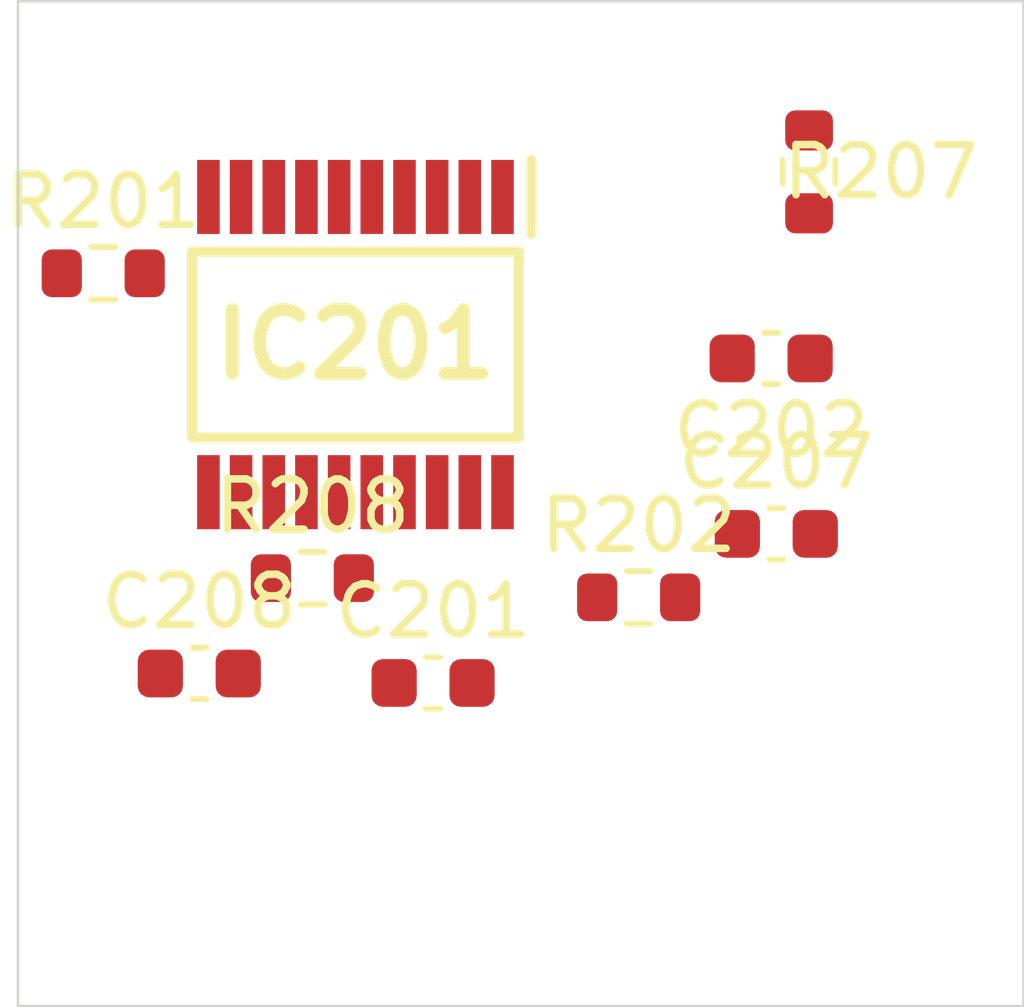
<source format=kicad_pcb>
 ( kicad_pcb  ( version 20171130 )
 ( host pcbnew 5.1.12-84ad8e8a86~92~ubuntu18.04.1 )
 ( general  ( thickness 1.6 )
 ( drawings 4 )
 ( tracks 0 )
 ( zones 0 )
 ( modules 9 )
 ( nets 19 )
)
 ( page A4 )
 ( layers  ( 0 F.Cu signal )
 ( 31 B.Cu signal )
 ( 32 B.Adhes user )
 ( 33 F.Adhes user )
 ( 34 B.Paste user )
 ( 35 F.Paste user )
 ( 36 B.SilkS user )
 ( 37 F.SilkS user )
 ( 38 B.Mask user )
 ( 39 F.Mask user )
 ( 40 Dwgs.User user )
 ( 41 Cmts.User user )
 ( 42 Eco1.User user )
 ( 43 Eco2.User user )
 ( 44 Edge.Cuts user )
 ( 45 Margin user )
 ( 46 B.CrtYd user )
 ( 47 F.CrtYd user )
 ( 48 B.Fab user )
 ( 49 F.Fab user )
)
 ( setup  ( last_trace_width 0.25 )
 ( trace_clearance 0.2 )
 ( zone_clearance 0.508 )
 ( zone_45_only no )
 ( trace_min 0.2 )
 ( via_size 0.8 )
 ( via_drill 0.4 )
 ( via_min_size 0.4 )
 ( via_min_drill 0.3 )
 ( uvia_size 0.3 )
 ( uvia_drill 0.1 )
 ( uvias_allowed no )
 ( uvia_min_size 0.2 )
 ( uvia_min_drill 0.1 )
 ( edge_width 0.05 )
 ( segment_width 0.2 )
 ( pcb_text_width 0.3 )
 ( pcb_text_size 1.5 1.5 )
 ( mod_edge_width 0.12 )
 ( mod_text_size 1 1 )
 ( mod_text_width 0.15 )
 ( pad_size 1.524 1.524 )
 ( pad_drill 0.762 )
 ( pad_to_mask_clearance 0 )
 ( aux_axis_origin 0 0 )
 ( visible_elements FFFFFF7F )
 ( pcbplotparams  ( layerselection 0x010fc_ffffffff )
 ( usegerberextensions false )
 ( usegerberattributes true )
 ( usegerberadvancedattributes true )
 ( creategerberjobfile true )
 ( excludeedgelayer true )
 ( linewidth 0.100000 )
 ( plotframeref false )
 ( viasonmask false )
 ( mode 1 )
 ( useauxorigin false )
 ( hpglpennumber 1 )
 ( hpglpenspeed 20 )
 ( hpglpendiameter 15.000000 )
 ( psnegative false )
 ( psa4output false )
 ( plotreference true )
 ( plotvalue true )
 ( plotinvisibletext false )
 ( padsonsilk false )
 ( subtractmaskfromsilk false )
 ( outputformat 1 )
 ( mirror false )
 ( drillshape 1 )
 ( scaleselection 1 )
 ( outputdirectory "" )
)
)
 ( net 0 "" )
 ( net 1 GND )
 ( net 2 /Sheet6235D886/ch0 )
 ( net 3 /Sheet6235D886/ch1 )
 ( net 4 /Sheet6235D886/ch2 )
 ( net 5 /Sheet6235D886/ch3 )
 ( net 6 /Sheet6235D886/ch4 )
 ( net 7 /Sheet6235D886/ch5 )
 ( net 8 /Sheet6235D886/ch6 )
 ( net 9 /Sheet6235D886/ch7 )
 ( net 10 VDD )
 ( net 11 VDDA )
 ( net 12 /Sheet6235D886/adc_csn )
 ( net 13 /Sheet6235D886/adc_sck )
 ( net 14 /Sheet6235D886/adc_sdi )
 ( net 15 /Sheet6235D886/adc_sdo )
 ( net 16 /Sheet6235D886/vp )
 ( net 17 /Sheet6248AD22/chn0 )
 ( net 18 /Sheet6248AD22/chn3 )
 ( net_class Default "This is the default net class."  ( clearance 0.2 )
 ( trace_width 0.25 )
 ( via_dia 0.8 )
 ( via_drill 0.4 )
 ( uvia_dia 0.3 )
 ( uvia_drill 0.1 )
 ( add_net /Sheet6235D886/adc_csn )
 ( add_net /Sheet6235D886/adc_sck )
 ( add_net /Sheet6235D886/adc_sdi )
 ( add_net /Sheet6235D886/adc_sdo )
 ( add_net /Sheet6235D886/ch0 )
 ( add_net /Sheet6235D886/ch1 )
 ( add_net /Sheet6235D886/ch2 )
 ( add_net /Sheet6235D886/ch3 )
 ( add_net /Sheet6235D886/ch4 )
 ( add_net /Sheet6235D886/ch5 )
 ( add_net /Sheet6235D886/ch6 )
 ( add_net /Sheet6235D886/ch7 )
 ( add_net /Sheet6235D886/vp )
 ( add_net /Sheet6248AD22/chn0 )
 ( add_net /Sheet6248AD22/chn3 )
 ( add_net GND )
 ( add_net VDD )
 ( add_net VDDA )
)
 ( module Capacitor_SMD:C_0603_1608Metric  ( layer F.Cu )
 ( tedit 5F68FEEE )
 ( tstamp 6234222D )
 ( at 88.256400 113.568000 )
 ( descr "Capacitor SMD 0603 (1608 Metric), square (rectangular) end terminal, IPC_7351 nominal, (Body size source: IPC-SM-782 page 76, https://www.pcb-3d.com/wordpress/wp-content/uploads/ipc-sm-782a_amendment_1_and_2.pdf), generated with kicad-footprint-generator" )
 ( tags capacitor )
 ( path /6235D887/623691C5 )
 ( attr smd )
 ( fp_text reference C201  ( at 0 -1.43 )
 ( layer F.SilkS )
 ( effects  ( font  ( size 1 1 )
 ( thickness 0.15 )
)
)
)
 ( fp_text value 0.1uF  ( at 0 1.43 )
 ( layer F.Fab )
 ( effects  ( font  ( size 1 1 )
 ( thickness 0.15 )
)
)
)
 ( fp_line  ( start -0.8 0.4 )
 ( end -0.8 -0.4 )
 ( layer F.Fab )
 ( width 0.1 )
)
 ( fp_line  ( start -0.8 -0.4 )
 ( end 0.8 -0.4 )
 ( layer F.Fab )
 ( width 0.1 )
)
 ( fp_line  ( start 0.8 -0.4 )
 ( end 0.8 0.4 )
 ( layer F.Fab )
 ( width 0.1 )
)
 ( fp_line  ( start 0.8 0.4 )
 ( end -0.8 0.4 )
 ( layer F.Fab )
 ( width 0.1 )
)
 ( fp_line  ( start -0.14058 -0.51 )
 ( end 0.14058 -0.51 )
 ( layer F.SilkS )
 ( width 0.12 )
)
 ( fp_line  ( start -0.14058 0.51 )
 ( end 0.14058 0.51 )
 ( layer F.SilkS )
 ( width 0.12 )
)
 ( fp_line  ( start -1.48 0.73 )
 ( end -1.48 -0.73 )
 ( layer F.CrtYd )
 ( width 0.05 )
)
 ( fp_line  ( start -1.48 -0.73 )
 ( end 1.48 -0.73 )
 ( layer F.CrtYd )
 ( width 0.05 )
)
 ( fp_line  ( start 1.48 -0.73 )
 ( end 1.48 0.73 )
 ( layer F.CrtYd )
 ( width 0.05 )
)
 ( fp_line  ( start 1.48 0.73 )
 ( end -1.48 0.73 )
 ( layer F.CrtYd )
 ( width 0.05 )
)
 ( fp_text user %R  ( at 0 0 )
 ( layer F.Fab )
 ( effects  ( font  ( size 0.4 0.4 )
 ( thickness 0.06 )
)
)
)
 ( pad 2 smd roundrect  ( at 0.775 0 )
 ( size 0.9 0.95 )
 ( layers F.Cu F.Mask F.Paste )
 ( roundrect_rratio 0.25 )
 ( net 1 GND )
)
 ( pad 1 smd roundrect  ( at -0.775 0 )
 ( size 0.9 0.95 )
 ( layers F.Cu F.Mask F.Paste )
 ( roundrect_rratio 0.25 )
 ( net 2 /Sheet6235D886/ch0 )
)
 ( model ${KISYS3DMOD}/Capacitor_SMD.3dshapes/C_0603_1608Metric.wrl  ( at  ( xyz 0 0 0 )
)
 ( scale  ( xyz 1 1 1 )
)
 ( rotate  ( xyz 0 0 0 )
)
)
)
 ( module Capacitor_SMD:C_0603_1608Metric  ( layer F.Cu )
 ( tedit 5F68FEEE )
 ( tstamp 6234223E )
 ( at 94.981600 107.109000 180.000000 )
 ( descr "Capacitor SMD 0603 (1608 Metric), square (rectangular) end terminal, IPC_7351 nominal, (Body size source: IPC-SM-782 page 76, https://www.pcb-3d.com/wordpress/wp-content/uploads/ipc-sm-782a_amendment_1_and_2.pdf), generated with kicad-footprint-generator" )
 ( tags capacitor )
 ( path /6235D887/62369EE0 )
 ( attr smd )
 ( fp_text reference C202  ( at 0 -1.43 )
 ( layer F.SilkS )
 ( effects  ( font  ( size 1 1 )
 ( thickness 0.15 )
)
)
)
 ( fp_text value 0.1uF  ( at 0 1.43 )
 ( layer F.Fab )
 ( effects  ( font  ( size 1 1 )
 ( thickness 0.15 )
)
)
)
 ( fp_line  ( start 1.48 0.73 )
 ( end -1.48 0.73 )
 ( layer F.CrtYd )
 ( width 0.05 )
)
 ( fp_line  ( start 1.48 -0.73 )
 ( end 1.48 0.73 )
 ( layer F.CrtYd )
 ( width 0.05 )
)
 ( fp_line  ( start -1.48 -0.73 )
 ( end 1.48 -0.73 )
 ( layer F.CrtYd )
 ( width 0.05 )
)
 ( fp_line  ( start -1.48 0.73 )
 ( end -1.48 -0.73 )
 ( layer F.CrtYd )
 ( width 0.05 )
)
 ( fp_line  ( start -0.14058 0.51 )
 ( end 0.14058 0.51 )
 ( layer F.SilkS )
 ( width 0.12 )
)
 ( fp_line  ( start -0.14058 -0.51 )
 ( end 0.14058 -0.51 )
 ( layer F.SilkS )
 ( width 0.12 )
)
 ( fp_line  ( start 0.8 0.4 )
 ( end -0.8 0.4 )
 ( layer F.Fab )
 ( width 0.1 )
)
 ( fp_line  ( start 0.8 -0.4 )
 ( end 0.8 0.4 )
 ( layer F.Fab )
 ( width 0.1 )
)
 ( fp_line  ( start -0.8 -0.4 )
 ( end 0.8 -0.4 )
 ( layer F.Fab )
 ( width 0.1 )
)
 ( fp_line  ( start -0.8 0.4 )
 ( end -0.8 -0.4 )
 ( layer F.Fab )
 ( width 0.1 )
)
 ( fp_text user %R  ( at 0 0 )
 ( layer F.Fab )
 ( effects  ( font  ( size 0.4 0.4 )
 ( thickness 0.06 )
)
)
)
 ( pad 1 smd roundrect  ( at -0.775 0 180.000000 )
 ( size 0.9 0.95 )
 ( layers F.Cu F.Mask F.Paste )
 ( roundrect_rratio 0.25 )
 ( net 1 GND )
)
 ( pad 2 smd roundrect  ( at 0.775 0 180.000000 )
 ( size 0.9 0.95 )
 ( layers F.Cu F.Mask F.Paste )
 ( roundrect_rratio 0.25 )
 ( net 3 /Sheet6235D886/ch1 )
)
 ( model ${KISYS3DMOD}/Capacitor_SMD.3dshapes/C_0603_1608Metric.wrl  ( at  ( xyz 0 0 0 )
)
 ( scale  ( xyz 1 1 1 )
)
 ( rotate  ( xyz 0 0 0 )
)
)
)
 ( module Capacitor_SMD:C_0603_1608Metric  ( layer F.Cu )
 ( tedit 5F68FEEE )
 ( tstamp 62342293 )
 ( at 95.084200 110.601000 )
 ( descr "Capacitor SMD 0603 (1608 Metric), square (rectangular) end terminal, IPC_7351 nominal, (Body size source: IPC-SM-782 page 76, https://www.pcb-3d.com/wordpress/wp-content/uploads/ipc-sm-782a_amendment_1_and_2.pdf), generated with kicad-footprint-generator" )
 ( tags capacitor )
 ( path /6235D887/6238B3FE )
 ( attr smd )
 ( fp_text reference C207  ( at 0 -1.43 )
 ( layer F.SilkS )
 ( effects  ( font  ( size 1 1 )
 ( thickness 0.15 )
)
)
)
 ( fp_text value 0.1uF  ( at 0 1.43 )
 ( layer F.Fab )
 ( effects  ( font  ( size 1 1 )
 ( thickness 0.15 )
)
)
)
 ( fp_line  ( start -0.8 0.4 )
 ( end -0.8 -0.4 )
 ( layer F.Fab )
 ( width 0.1 )
)
 ( fp_line  ( start -0.8 -0.4 )
 ( end 0.8 -0.4 )
 ( layer F.Fab )
 ( width 0.1 )
)
 ( fp_line  ( start 0.8 -0.4 )
 ( end 0.8 0.4 )
 ( layer F.Fab )
 ( width 0.1 )
)
 ( fp_line  ( start 0.8 0.4 )
 ( end -0.8 0.4 )
 ( layer F.Fab )
 ( width 0.1 )
)
 ( fp_line  ( start -0.14058 -0.51 )
 ( end 0.14058 -0.51 )
 ( layer F.SilkS )
 ( width 0.12 )
)
 ( fp_line  ( start -0.14058 0.51 )
 ( end 0.14058 0.51 )
 ( layer F.SilkS )
 ( width 0.12 )
)
 ( fp_line  ( start -1.48 0.73 )
 ( end -1.48 -0.73 )
 ( layer F.CrtYd )
 ( width 0.05 )
)
 ( fp_line  ( start -1.48 -0.73 )
 ( end 1.48 -0.73 )
 ( layer F.CrtYd )
 ( width 0.05 )
)
 ( fp_line  ( start 1.48 -0.73 )
 ( end 1.48 0.73 )
 ( layer F.CrtYd )
 ( width 0.05 )
)
 ( fp_line  ( start 1.48 0.73 )
 ( end -1.48 0.73 )
 ( layer F.CrtYd )
 ( width 0.05 )
)
 ( fp_text user %R  ( at 0 0 )
 ( layer F.Fab )
 ( effects  ( font  ( size 0.4 0.4 )
 ( thickness 0.06 )
)
)
)
 ( pad 2 smd roundrect  ( at 0.775 0 )
 ( size 0.9 0.95 )
 ( layers F.Cu F.Mask F.Paste )
 ( roundrect_rratio 0.25 )
 ( net 1 GND )
)
 ( pad 1 smd roundrect  ( at -0.775 0 )
 ( size 0.9 0.95 )
 ( layers F.Cu F.Mask F.Paste )
 ( roundrect_rratio 0.25 )
 ( net 8 /Sheet6235D886/ch6 )
)
 ( model ${KISYS3DMOD}/Capacitor_SMD.3dshapes/C_0603_1608Metric.wrl  ( at  ( xyz 0 0 0 )
)
 ( scale  ( xyz 1 1 1 )
)
 ( rotate  ( xyz 0 0 0 )
)
)
)
 ( module Capacitor_SMD:C_0603_1608Metric  ( layer F.Cu )
 ( tedit 5F68FEEE )
 ( tstamp 623422A4 )
 ( at 83.605400 113.380000 )
 ( descr "Capacitor SMD 0603 (1608 Metric), square (rectangular) end terminal, IPC_7351 nominal, (Body size source: IPC-SM-782 page 76, https://www.pcb-3d.com/wordpress/wp-content/uploads/ipc-sm-782a_amendment_1_and_2.pdf), generated with kicad-footprint-generator" )
 ( tags capacitor )
 ( path /6235D887/6238B404 )
 ( attr smd )
 ( fp_text reference C208  ( at 0 -1.43 )
 ( layer F.SilkS )
 ( effects  ( font  ( size 1 1 )
 ( thickness 0.15 )
)
)
)
 ( fp_text value 0.1uF  ( at 0 1.43 )
 ( layer F.Fab )
 ( effects  ( font  ( size 1 1 )
 ( thickness 0.15 )
)
)
)
 ( fp_line  ( start 1.48 0.73 )
 ( end -1.48 0.73 )
 ( layer F.CrtYd )
 ( width 0.05 )
)
 ( fp_line  ( start 1.48 -0.73 )
 ( end 1.48 0.73 )
 ( layer F.CrtYd )
 ( width 0.05 )
)
 ( fp_line  ( start -1.48 -0.73 )
 ( end 1.48 -0.73 )
 ( layer F.CrtYd )
 ( width 0.05 )
)
 ( fp_line  ( start -1.48 0.73 )
 ( end -1.48 -0.73 )
 ( layer F.CrtYd )
 ( width 0.05 )
)
 ( fp_line  ( start -0.14058 0.51 )
 ( end 0.14058 0.51 )
 ( layer F.SilkS )
 ( width 0.12 )
)
 ( fp_line  ( start -0.14058 -0.51 )
 ( end 0.14058 -0.51 )
 ( layer F.SilkS )
 ( width 0.12 )
)
 ( fp_line  ( start 0.8 0.4 )
 ( end -0.8 0.4 )
 ( layer F.Fab )
 ( width 0.1 )
)
 ( fp_line  ( start 0.8 -0.4 )
 ( end 0.8 0.4 )
 ( layer F.Fab )
 ( width 0.1 )
)
 ( fp_line  ( start -0.8 -0.4 )
 ( end 0.8 -0.4 )
 ( layer F.Fab )
 ( width 0.1 )
)
 ( fp_line  ( start -0.8 0.4 )
 ( end -0.8 -0.4 )
 ( layer F.Fab )
 ( width 0.1 )
)
 ( fp_text user %R  ( at 0 0 )
 ( layer F.Fab )
 ( effects  ( font  ( size 0.4 0.4 )
 ( thickness 0.06 )
)
)
)
 ( pad 1 smd roundrect  ( at -0.775 0 )
 ( size 0.9 0.95 )
 ( layers F.Cu F.Mask F.Paste )
 ( roundrect_rratio 0.25 )
 ( net 1 GND )
)
 ( pad 2 smd roundrect  ( at 0.775 0 )
 ( size 0.9 0.95 )
 ( layers F.Cu F.Mask F.Paste )
 ( roundrect_rratio 0.25 )
 ( net 9 /Sheet6235D886/ch7 )
)
 ( model ${KISYS3DMOD}/Capacitor_SMD.3dshapes/C_0603_1608Metric.wrl  ( at  ( xyz 0 0 0 )
)
 ( scale  ( xyz 1 1 1 )
)
 ( rotate  ( xyz 0 0 0 )
)
)
)
 ( module MCP3564R-E_ST:SOP65P640X120-20N locked  ( layer F.Cu )
 ( tedit 623351C2 )
 ( tstamp 623423D6 )
 ( at 86.712100 106.833000 270.000000 )
 ( descr "20-Lead Plastic Thin Shrink Small Outline (ST) - 4.4mm body [TSSOP]" )
 ( tags "Integrated Circuit" )
 ( path /6235D887/6235E071 )
 ( attr smd )
 ( fp_text reference IC201  ( at 0 0 )
 ( layer F.SilkS )
 ( effects  ( font  ( size 1.27 1.27 )
 ( thickness 0.254 )
)
)
)
 ( fp_text value MCP3564R-E_ST  ( at 0 0 )
 ( layer F.SilkS )
hide  ( effects  ( font  ( size 1.27 1.27 )
 ( thickness 0.254 )
)
)
)
 ( fp_line  ( start -3.925 -3.55 )
 ( end 3.925 -3.55 )
 ( layer Dwgs.User )
 ( width 0.05 )
)
 ( fp_line  ( start 3.925 -3.55 )
 ( end 3.925 3.55 )
 ( layer Dwgs.User )
 ( width 0.05 )
)
 ( fp_line  ( start 3.925 3.55 )
 ( end -3.925 3.55 )
 ( layer Dwgs.User )
 ( width 0.05 )
)
 ( fp_line  ( start -3.925 3.55 )
 ( end -3.925 -3.55 )
 ( layer Dwgs.User )
 ( width 0.05 )
)
 ( fp_line  ( start -2.2 -3.25 )
 ( end 2.2 -3.25 )
 ( layer Dwgs.User )
 ( width 0.1 )
)
 ( fp_line  ( start 2.2 -3.25 )
 ( end 2.2 3.25 )
 ( layer Dwgs.User )
 ( width 0.1 )
)
 ( fp_line  ( start 2.2 3.25 )
 ( end -2.2 3.25 )
 ( layer Dwgs.User )
 ( width 0.1 )
)
 ( fp_line  ( start -2.2 3.25 )
 ( end -2.2 -3.25 )
 ( layer Dwgs.User )
 ( width 0.1 )
)
 ( fp_line  ( start -2.2 -2.6 )
 ( end -1.55 -3.25 )
 ( layer Dwgs.User )
 ( width 0.1 )
)
 ( fp_line  ( start -1.85 -3.25 )
 ( end 1.85 -3.25 )
 ( layer F.SilkS )
 ( width 0.2 )
)
 ( fp_line  ( start 1.85 -3.25 )
 ( end 1.85 3.25 )
 ( layer F.SilkS )
 ( width 0.2 )
)
 ( fp_line  ( start 1.85 3.25 )
 ( end -1.85 3.25 )
 ( layer F.SilkS )
 ( width 0.2 )
)
 ( fp_line  ( start -1.85 3.25 )
 ( end -1.85 -3.25 )
 ( layer F.SilkS )
 ( width 0.2 )
)
 ( fp_line  ( start -3.675 -3.5 )
 ( end -2.2 -3.5 )
 ( layer F.SilkS )
 ( width 0.2 )
)
 ( pad 1 smd rect  ( at -2.938 -2.925 )
 ( size 0.45 1.475 )
 ( layers F.Cu F.Mask F.Paste )
 ( net 11 VDDA )
)
 ( pad 2 smd rect  ( at -2.938 -2.275 )
 ( size 0.45 1.475 )
 ( layers F.Cu F.Mask F.Paste )
 ( net 1 GND )
)
 ( pad 3 smd rect  ( at -2.938 -1.625 )
 ( size 0.45 1.475 )
 ( layers F.Cu F.Mask F.Paste )
 ( net 1 GND )
)
 ( pad 4 smd rect  ( at -2.938 -0.975 )
 ( size 0.45 1.475 )
 ( layers F.Cu F.Mask F.Paste )
)
 ( pad 5 smd rect  ( at -2.938 -0.325 )
 ( size 0.45 1.475 )
 ( layers F.Cu F.Mask F.Paste )
 ( net 2 /Sheet6235D886/ch0 )
)
 ( pad 6 smd rect  ( at -2.938 0.325 )
 ( size 0.45 1.475 )
 ( layers F.Cu F.Mask F.Paste )
 ( net 3 /Sheet6235D886/ch1 )
)
 ( pad 7 smd rect  ( at -2.938 0.975 )
 ( size 0.45 1.475 )
 ( layers F.Cu F.Mask F.Paste )
 ( net 4 /Sheet6235D886/ch2 )
)
 ( pad 8 smd rect  ( at -2.938 1.625 )
 ( size 0.45 1.475 )
 ( layers F.Cu F.Mask F.Paste )
 ( net 5 /Sheet6235D886/ch3 )
)
 ( pad 9 smd rect  ( at -2.938 2.275 )
 ( size 0.45 1.475 )
 ( layers F.Cu F.Mask F.Paste )
 ( net 6 /Sheet6235D886/ch4 )
)
 ( pad 10 smd rect  ( at -2.938 2.925 )
 ( size 0.45 1.475 )
 ( layers F.Cu F.Mask F.Paste )
 ( net 7 /Sheet6235D886/ch5 )
)
 ( pad 11 smd rect  ( at 2.938 2.925 )
 ( size 0.45 1.475 )
 ( layers F.Cu F.Mask F.Paste )
 ( net 8 /Sheet6235D886/ch6 )
)
 ( pad 12 smd rect  ( at 2.938 2.275 )
 ( size 0.45 1.475 )
 ( layers F.Cu F.Mask F.Paste )
 ( net 9 /Sheet6235D886/ch7 )
)
 ( pad 13 smd rect  ( at 2.938 1.625 )
 ( size 0.45 1.475 )
 ( layers F.Cu F.Mask F.Paste )
 ( net 12 /Sheet6235D886/adc_csn )
)
 ( pad 14 smd rect  ( at 2.938 0.975 )
 ( size 0.45 1.475 )
 ( layers F.Cu F.Mask F.Paste )
 ( net 13 /Sheet6235D886/adc_sck )
)
 ( pad 15 smd rect  ( at 2.938 0.325 )
 ( size 0.45 1.475 )
 ( layers F.Cu F.Mask F.Paste )
 ( net 14 /Sheet6235D886/adc_sdi )
)
 ( pad 16 smd rect  ( at 2.938 -0.325 )
 ( size 0.45 1.475 )
 ( layers F.Cu F.Mask F.Paste )
 ( net 15 /Sheet6235D886/adc_sdo )
)
 ( pad 17 smd rect  ( at 2.938 -0.975 )
 ( size 0.45 1.475 )
 ( layers F.Cu F.Mask F.Paste )
)
 ( pad 18 smd rect  ( at 2.938 -1.625 )
 ( size 0.45 1.475 )
 ( layers F.Cu F.Mask F.Paste )
)
 ( pad 19 smd rect  ( at 2.938 -2.275 )
 ( size 0.45 1.475 )
 ( layers F.Cu F.Mask F.Paste )
 ( net 1 GND )
)
 ( pad 20 smd rect  ( at 2.938 -2.925 )
 ( size 0.45 1.475 )
 ( layers F.Cu F.Mask F.Paste )
 ( net 10 VDD )
)
)
 ( module Resistor_SMD:R_0603_1608Metric  ( layer F.Cu )
 ( tedit 5F68FEEE )
 ( tstamp 6234250D )
 ( at 81.694400 105.415000 )
 ( descr "Resistor SMD 0603 (1608 Metric), square (rectangular) end terminal, IPC_7351 nominal, (Body size source: IPC-SM-782 page 72, https://www.pcb-3d.com/wordpress/wp-content/uploads/ipc-sm-782a_amendment_1_and_2.pdf), generated with kicad-footprint-generator" )
 ( tags resistor )
 ( path /6235D887/623641B7 )
 ( attr smd )
 ( fp_text reference R201  ( at 0 -1.43 )
 ( layer F.SilkS )
 ( effects  ( font  ( size 1 1 )
 ( thickness 0.15 )
)
)
)
 ( fp_text value 1k  ( at 0 1.43 )
 ( layer F.Fab )
 ( effects  ( font  ( size 1 1 )
 ( thickness 0.15 )
)
)
)
 ( fp_line  ( start -0.8 0.4125 )
 ( end -0.8 -0.4125 )
 ( layer F.Fab )
 ( width 0.1 )
)
 ( fp_line  ( start -0.8 -0.4125 )
 ( end 0.8 -0.4125 )
 ( layer F.Fab )
 ( width 0.1 )
)
 ( fp_line  ( start 0.8 -0.4125 )
 ( end 0.8 0.4125 )
 ( layer F.Fab )
 ( width 0.1 )
)
 ( fp_line  ( start 0.8 0.4125 )
 ( end -0.8 0.4125 )
 ( layer F.Fab )
 ( width 0.1 )
)
 ( fp_line  ( start -0.237258 -0.5225 )
 ( end 0.237258 -0.5225 )
 ( layer F.SilkS )
 ( width 0.12 )
)
 ( fp_line  ( start -0.237258 0.5225 )
 ( end 0.237258 0.5225 )
 ( layer F.SilkS )
 ( width 0.12 )
)
 ( fp_line  ( start -1.48 0.73 )
 ( end -1.48 -0.73 )
 ( layer F.CrtYd )
 ( width 0.05 )
)
 ( fp_line  ( start -1.48 -0.73 )
 ( end 1.48 -0.73 )
 ( layer F.CrtYd )
 ( width 0.05 )
)
 ( fp_line  ( start 1.48 -0.73 )
 ( end 1.48 0.73 )
 ( layer F.CrtYd )
 ( width 0.05 )
)
 ( fp_line  ( start 1.48 0.73 )
 ( end -1.48 0.73 )
 ( layer F.CrtYd )
 ( width 0.05 )
)
 ( fp_text user %R  ( at 0 0 )
 ( layer F.Fab )
 ( effects  ( font  ( size 0.4 0.4 )
 ( thickness 0.06 )
)
)
)
 ( pad 2 smd roundrect  ( at 0.825 0 )
 ( size 0.8 0.95 )
 ( layers F.Cu F.Mask F.Paste )
 ( roundrect_rratio 0.25 )
 ( net 16 /Sheet6235D886/vp )
)
 ( pad 1 smd roundrect  ( at -0.825 0 )
 ( size 0.8 0.95 )
 ( layers F.Cu F.Mask F.Paste )
 ( roundrect_rratio 0.25 )
 ( net 2 /Sheet6235D886/ch0 )
)
 ( model ${KISYS3DMOD}/Resistor_SMD.3dshapes/R_0603_1608Metric.wrl  ( at  ( xyz 0 0 0 )
)
 ( scale  ( xyz 1 1 1 )
)
 ( rotate  ( xyz 0 0 0 )
)
)
)
 ( module Resistor_SMD:R_0603_1608Metric  ( layer F.Cu )
 ( tedit 5F68FEEE )
 ( tstamp 6234251E )
 ( at 92.346000 111.864000 )
 ( descr "Resistor SMD 0603 (1608 Metric), square (rectangular) end terminal, IPC_7351 nominal, (Body size source: IPC-SM-782 page 72, https://www.pcb-3d.com/wordpress/wp-content/uploads/ipc-sm-782a_amendment_1_and_2.pdf), generated with kicad-footprint-generator" )
 ( tags resistor )
 ( path /6235D887/6236A646 )
 ( attr smd )
 ( fp_text reference R202  ( at 0 -1.43 )
 ( layer F.SilkS )
 ( effects  ( font  ( size 1 1 )
 ( thickness 0.15 )
)
)
)
 ( fp_text value 1k  ( at 0 1.43 )
 ( layer F.Fab )
 ( effects  ( font  ( size 1 1 )
 ( thickness 0.15 )
)
)
)
 ( fp_line  ( start 1.48 0.73 )
 ( end -1.48 0.73 )
 ( layer F.CrtYd )
 ( width 0.05 )
)
 ( fp_line  ( start 1.48 -0.73 )
 ( end 1.48 0.73 )
 ( layer F.CrtYd )
 ( width 0.05 )
)
 ( fp_line  ( start -1.48 -0.73 )
 ( end 1.48 -0.73 )
 ( layer F.CrtYd )
 ( width 0.05 )
)
 ( fp_line  ( start -1.48 0.73 )
 ( end -1.48 -0.73 )
 ( layer F.CrtYd )
 ( width 0.05 )
)
 ( fp_line  ( start -0.237258 0.5225 )
 ( end 0.237258 0.5225 )
 ( layer F.SilkS )
 ( width 0.12 )
)
 ( fp_line  ( start -0.237258 -0.5225 )
 ( end 0.237258 -0.5225 )
 ( layer F.SilkS )
 ( width 0.12 )
)
 ( fp_line  ( start 0.8 0.4125 )
 ( end -0.8 0.4125 )
 ( layer F.Fab )
 ( width 0.1 )
)
 ( fp_line  ( start 0.8 -0.4125 )
 ( end 0.8 0.4125 )
 ( layer F.Fab )
 ( width 0.1 )
)
 ( fp_line  ( start -0.8 -0.4125 )
 ( end 0.8 -0.4125 )
 ( layer F.Fab )
 ( width 0.1 )
)
 ( fp_line  ( start -0.8 0.4125 )
 ( end -0.8 -0.4125 )
 ( layer F.Fab )
 ( width 0.1 )
)
 ( fp_text user %R  ( at 0 0 )
 ( layer F.Fab )
 ( effects  ( font  ( size 0.4 0.4 )
 ( thickness 0.06 )
)
)
)
 ( pad 1 smd roundrect  ( at -0.825 0 )
 ( size 0.8 0.95 )
 ( layers F.Cu F.Mask F.Paste )
 ( roundrect_rratio 0.25 )
 ( net 3 /Sheet6235D886/ch1 )
)
 ( pad 2 smd roundrect  ( at 0.825 0 )
 ( size 0.8 0.95 )
 ( layers F.Cu F.Mask F.Paste )
 ( roundrect_rratio 0.25 )
 ( net 17 /Sheet6248AD22/chn0 )
)
 ( model ${KISYS3DMOD}/Resistor_SMD.3dshapes/R_0603_1608Metric.wrl  ( at  ( xyz 0 0 0 )
)
 ( scale  ( xyz 1 1 1 )
)
 ( rotate  ( xyz 0 0 0 )
)
)
)
 ( module Resistor_SMD:R_0603_1608Metric  ( layer F.Cu )
 ( tedit 5F68FEEE )
 ( tstamp 62342573 )
 ( at 95.736100 103.396000 270.000000 )
 ( descr "Resistor SMD 0603 (1608 Metric), square (rectangular) end terminal, IPC_7351 nominal, (Body size source: IPC-SM-782 page 72, https://www.pcb-3d.com/wordpress/wp-content/uploads/ipc-sm-782a_amendment_1_and_2.pdf), generated with kicad-footprint-generator" )
 ( tags resistor )
 ( path /6235D887/6238B3F8 )
 ( attr smd )
 ( fp_text reference R207  ( at 0 -1.43 )
 ( layer F.SilkS )
 ( effects  ( font  ( size 1 1 )
 ( thickness 0.15 )
)
)
)
 ( fp_text value 1k  ( at 0 1.43 )
 ( layer F.Fab )
 ( effects  ( font  ( size 1 1 )
 ( thickness 0.15 )
)
)
)
 ( fp_line  ( start -0.8 0.4125 )
 ( end -0.8 -0.4125 )
 ( layer F.Fab )
 ( width 0.1 )
)
 ( fp_line  ( start -0.8 -0.4125 )
 ( end 0.8 -0.4125 )
 ( layer F.Fab )
 ( width 0.1 )
)
 ( fp_line  ( start 0.8 -0.4125 )
 ( end 0.8 0.4125 )
 ( layer F.Fab )
 ( width 0.1 )
)
 ( fp_line  ( start 0.8 0.4125 )
 ( end -0.8 0.4125 )
 ( layer F.Fab )
 ( width 0.1 )
)
 ( fp_line  ( start -0.237258 -0.5225 )
 ( end 0.237258 -0.5225 )
 ( layer F.SilkS )
 ( width 0.12 )
)
 ( fp_line  ( start -0.237258 0.5225 )
 ( end 0.237258 0.5225 )
 ( layer F.SilkS )
 ( width 0.12 )
)
 ( fp_line  ( start -1.48 0.73 )
 ( end -1.48 -0.73 )
 ( layer F.CrtYd )
 ( width 0.05 )
)
 ( fp_line  ( start -1.48 -0.73 )
 ( end 1.48 -0.73 )
 ( layer F.CrtYd )
 ( width 0.05 )
)
 ( fp_line  ( start 1.48 -0.73 )
 ( end 1.48 0.73 )
 ( layer F.CrtYd )
 ( width 0.05 )
)
 ( fp_line  ( start 1.48 0.73 )
 ( end -1.48 0.73 )
 ( layer F.CrtYd )
 ( width 0.05 )
)
 ( fp_text user %R  ( at 0 0 )
 ( layer F.Fab )
 ( effects  ( font  ( size 0.4 0.4 )
 ( thickness 0.06 )
)
)
)
 ( pad 2 smd roundrect  ( at 0.825 0 270.000000 )
 ( size 0.8 0.95 )
 ( layers F.Cu F.Mask F.Paste )
 ( roundrect_rratio 0.25 )
 ( net 16 /Sheet6235D886/vp )
)
 ( pad 1 smd roundrect  ( at -0.825 0 270.000000 )
 ( size 0.8 0.95 )
 ( layers F.Cu F.Mask F.Paste )
 ( roundrect_rratio 0.25 )
 ( net 8 /Sheet6235D886/ch6 )
)
 ( model ${KISYS3DMOD}/Resistor_SMD.3dshapes/R_0603_1608Metric.wrl  ( at  ( xyz 0 0 0 )
)
 ( scale  ( xyz 1 1 1 )
)
 ( rotate  ( xyz 0 0 0 )
)
)
)
 ( module Resistor_SMD:R_0603_1608Metric  ( layer F.Cu )
 ( tedit 5F68FEEE )
 ( tstamp 62342584 )
 ( at 85.854500 111.482000 )
 ( descr "Resistor SMD 0603 (1608 Metric), square (rectangular) end terminal, IPC_7351 nominal, (Body size source: IPC-SM-782 page 72, https://www.pcb-3d.com/wordpress/wp-content/uploads/ipc-sm-782a_amendment_1_and_2.pdf), generated with kicad-footprint-generator" )
 ( tags resistor )
 ( path /6235D887/6238B40A )
 ( attr smd )
 ( fp_text reference R208  ( at 0 -1.43 )
 ( layer F.SilkS )
 ( effects  ( font  ( size 1 1 )
 ( thickness 0.15 )
)
)
)
 ( fp_text value 1k  ( at 0 1.43 )
 ( layer F.Fab )
 ( effects  ( font  ( size 1 1 )
 ( thickness 0.15 )
)
)
)
 ( fp_line  ( start 1.48 0.73 )
 ( end -1.48 0.73 )
 ( layer F.CrtYd )
 ( width 0.05 )
)
 ( fp_line  ( start 1.48 -0.73 )
 ( end 1.48 0.73 )
 ( layer F.CrtYd )
 ( width 0.05 )
)
 ( fp_line  ( start -1.48 -0.73 )
 ( end 1.48 -0.73 )
 ( layer F.CrtYd )
 ( width 0.05 )
)
 ( fp_line  ( start -1.48 0.73 )
 ( end -1.48 -0.73 )
 ( layer F.CrtYd )
 ( width 0.05 )
)
 ( fp_line  ( start -0.237258 0.5225 )
 ( end 0.237258 0.5225 )
 ( layer F.SilkS )
 ( width 0.12 )
)
 ( fp_line  ( start -0.237258 -0.5225 )
 ( end 0.237258 -0.5225 )
 ( layer F.SilkS )
 ( width 0.12 )
)
 ( fp_line  ( start 0.8 0.4125 )
 ( end -0.8 0.4125 )
 ( layer F.Fab )
 ( width 0.1 )
)
 ( fp_line  ( start 0.8 -0.4125 )
 ( end 0.8 0.4125 )
 ( layer F.Fab )
 ( width 0.1 )
)
 ( fp_line  ( start -0.8 -0.4125 )
 ( end 0.8 -0.4125 )
 ( layer F.Fab )
 ( width 0.1 )
)
 ( fp_line  ( start -0.8 0.4125 )
 ( end -0.8 -0.4125 )
 ( layer F.Fab )
 ( width 0.1 )
)
 ( fp_text user %R  ( at 0 0 )
 ( layer F.Fab )
 ( effects  ( font  ( size 0.4 0.4 )
 ( thickness 0.06 )
)
)
)
 ( pad 1 smd roundrect  ( at -0.825 0 )
 ( size 0.8 0.95 )
 ( layers F.Cu F.Mask F.Paste )
 ( roundrect_rratio 0.25 )
 ( net 9 /Sheet6235D886/ch7 )
)
 ( pad 2 smd roundrect  ( at 0.825 0 )
 ( size 0.8 0.95 )
 ( layers F.Cu F.Mask F.Paste )
 ( roundrect_rratio 0.25 )
 ( net 18 /Sheet6248AD22/chn3 )
)
 ( model ${KISYS3DMOD}/Resistor_SMD.3dshapes/R_0603_1608Metric.wrl  ( at  ( xyz 0 0 0 )
)
 ( scale  ( xyz 1 1 1 )
)
 ( rotate  ( xyz 0 0 0 )
)
)
)
 ( gr_line  ( start 100 100 )
 ( end 100 120 )
 ( layer Edge.Cuts )
 ( width 0.05 )
 ( tstamp 62E770C4 )
)
 ( gr_line  ( start 80 120 )
 ( end 100 120 )
 ( layer Edge.Cuts )
 ( width 0.05 )
 ( tstamp 62E770C0 )
)
 ( gr_line  ( start 80 100 )
 ( end 100 100 )
 ( layer Edge.Cuts )
 ( width 0.05 )
 ( tstamp 6234110C )
)
 ( gr_line  ( start 80 100 )
 ( end 80 120 )
 ( layer Edge.Cuts )
 ( width 0.05 )
)
)

</source>
